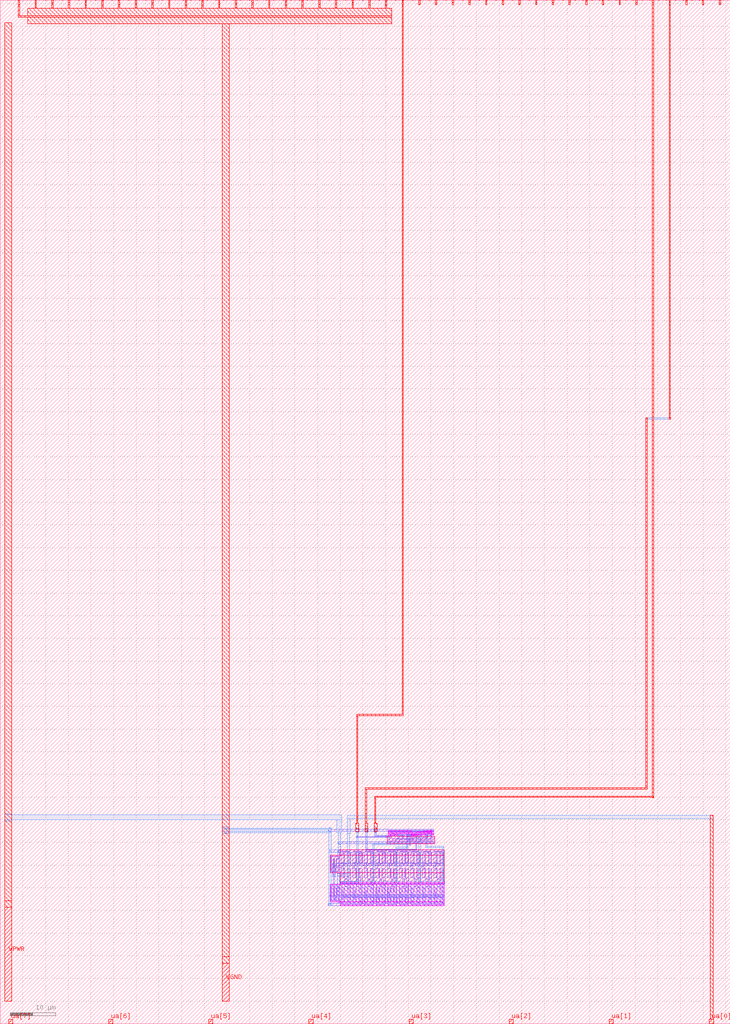
<source format=lef>
MACRO tt_um_obriensp_pll
  CLASS BLOCK ;
  FOREIGN tt_um_obriensp_pll ;
  ORIGIN 0.000 0.000 ;
  SIZE 161.000 BY 225.760 ;
  PIN clk
    DIRECTION INPUT ;
    USE SIGNAL ;
    PORT
      LAYER met4 ;
        RECT 154.870 224.760 155.170 225.760 ;
    END
  END clk
  PIN ena
    DIRECTION INPUT ;
    USE SIGNAL ;
    PORT
      LAYER met4 ;
        RECT 158.550 224.760 158.850 225.760 ;
    END
  END ena
  PIN rst_n
    DIRECTION INPUT ;
    USE SIGNAL ;
    PORT
      LAYER met4 ;
        RECT 151.190 224.760 151.490 225.760 ;
    END
  END rst_n
  PIN ua[0]
    DIRECTION INOUT ;
    USE SIGNAL ;
    ANTENNAGATEAREA 4.650000 ;
    PORT
      LAYER met4 ;
        RECT 156.410 0.000 157.310 1.000 ;
    END
  END ua[0]
  PIN ua[1]
    DIRECTION INOUT ;
    USE SIGNAL ;
    PORT
      LAYER met4 ;
        RECT 134.330 0.000 135.230 1.000 ;
    END
  END ua[1]
  PIN ua[2]
    DIRECTION INOUT ;
    USE SIGNAL ;
    PORT
      LAYER met4 ;
        RECT 112.250 0.000 113.150 1.000 ;
    END
  END ua[2]
  PIN ua[3]
    DIRECTION INOUT ;
    USE SIGNAL ;
    PORT
      LAYER met4 ;
        RECT 90.170 0.000 91.070 1.000 ;
    END
  END ua[3]
  PIN ua[4]
    DIRECTION INOUT ;
    USE SIGNAL ;
    PORT
      LAYER met4 ;
        RECT 68.090 0.000 68.990 1.000 ;
    END
  END ua[4]
  PIN ua[5]
    DIRECTION INOUT ;
    USE SIGNAL ;
    PORT
      LAYER met4 ;
        RECT 46.010 0.000 46.910 1.000 ;
    END
  END ua[5]
  PIN ua[6]
    DIRECTION INOUT ;
    USE SIGNAL ;
    PORT
      LAYER met4 ;
        RECT 23.930 0.000 24.830 1.000 ;
    END
  END ua[6]
  PIN ua[7]
    DIRECTION INOUT ;
    USE SIGNAL ;
    PORT
      LAYER met4 ;
        RECT 1.850 0.000 2.750 1.000 ;
    END
  END ua[7]
  PIN ui_in[0]
    DIRECTION INPUT ;
    USE SIGNAL ;
    ANTENNAGATEAREA 0.378000 ;
    PORT
      LAYER met4 ;
        RECT 147.510 224.760 147.810 225.760 ;
    END
  END ui_in[0]
  PIN ui_in[1]
    DIRECTION INPUT ;
    USE SIGNAL ;
    ANTENNAGATEAREA 0.252000 ;
    PORT
      LAYER met4 ;
        RECT 143.830 224.760 144.130 225.760 ;
    END
  END ui_in[1]
  PIN ui_in[2]
    DIRECTION INPUT ;
    USE SIGNAL ;
    PORT
      LAYER met4 ;
        RECT 140.150 224.760 140.450 225.760 ;
    END
  END ui_in[2]
  PIN ui_in[3]
    DIRECTION INPUT ;
    USE SIGNAL ;
    PORT
      LAYER met4 ;
        RECT 136.470 224.760 136.770 225.760 ;
    END
  END ui_in[3]
  PIN ui_in[4]
    DIRECTION INPUT ;
    USE SIGNAL ;
    PORT
      LAYER met4 ;
        RECT 132.790 224.760 133.090 225.760 ;
    END
  END ui_in[4]
  PIN ui_in[5]
    DIRECTION INPUT ;
    USE SIGNAL ;
    PORT
      LAYER met4 ;
        RECT 129.110 224.760 129.410 225.760 ;
    END
  END ui_in[5]
  PIN ui_in[6]
    DIRECTION INPUT ;
    USE SIGNAL ;
    PORT
      LAYER met4 ;
        RECT 125.430 224.760 125.730 225.760 ;
    END
  END ui_in[6]
  PIN ui_in[7]
    DIRECTION INPUT ;
    USE SIGNAL ;
    PORT
      LAYER met4 ;
        RECT 121.750 224.760 122.050 225.760 ;
    END
  END ui_in[7]
  PIN uio_in[0]
    DIRECTION INPUT ;
    USE SIGNAL ;
    PORT
      LAYER met4 ;
        RECT 118.070 224.760 118.370 225.760 ;
    END
  END uio_in[0]
  PIN uio_in[1]
    DIRECTION INPUT ;
    USE SIGNAL ;
    PORT
      LAYER met4 ;
        RECT 114.390 224.760 114.690 225.760 ;
    END
  END uio_in[1]
  PIN uio_in[2]
    DIRECTION INPUT ;
    USE SIGNAL ;
    PORT
      LAYER met4 ;
        RECT 110.710 224.760 111.010 225.760 ;
    END
  END uio_in[2]
  PIN uio_in[3]
    DIRECTION INPUT ;
    USE SIGNAL ;
    PORT
      LAYER met4 ;
        RECT 107.030 224.760 107.330 225.760 ;
    END
  END uio_in[3]
  PIN uio_in[4]
    DIRECTION INPUT ;
    USE SIGNAL ;
    PORT
      LAYER met4 ;
        RECT 103.350 224.760 103.650 225.760 ;
    END
  END uio_in[4]
  PIN uio_in[5]
    DIRECTION INPUT ;
    USE SIGNAL ;
    PORT
      LAYER met4 ;
        RECT 99.670 224.760 99.970 225.760 ;
    END
  END uio_in[5]
  PIN uio_in[6]
    DIRECTION INPUT ;
    USE SIGNAL ;
    PORT
      LAYER met4 ;
        RECT 95.990 224.760 96.290 225.760 ;
    END
  END uio_in[6]
  PIN uio_in[7]
    DIRECTION INPUT ;
    USE SIGNAL ;
    PORT
      LAYER met4 ;
        RECT 92.310 224.760 92.610 225.760 ;
    END
  END uio_in[7]
  PIN uio_oe[0]
    DIRECTION OUTPUT ;
    USE SIGNAL ;
    ANTENNADIFFAREA 27.913649 ;
    PORT
      LAYER met4 ;
        RECT 29.750 224.760 30.050 225.760 ;
    END
  END uio_oe[0]
  PIN uio_oe[1]
    DIRECTION OUTPUT ;
    USE SIGNAL ;
    ANTENNADIFFAREA 27.913649 ;
    PORT
      LAYER met4 ;
        RECT 26.070 224.760 26.370 225.760 ;
    END
  END uio_oe[1]
  PIN uio_oe[2]
    DIRECTION OUTPUT ;
    USE SIGNAL ;
    ANTENNADIFFAREA 27.913649 ;
    PORT
      LAYER met4 ;
        RECT 22.390 224.760 22.690 225.760 ;
    END
  END uio_oe[2]
  PIN uio_oe[3]
    DIRECTION OUTPUT ;
    USE SIGNAL ;
    ANTENNADIFFAREA 27.913649 ;
    PORT
      LAYER met4 ;
        RECT 18.710 224.760 19.010 225.760 ;
    END
  END uio_oe[3]
  PIN uio_oe[4]
    DIRECTION OUTPUT ;
    USE SIGNAL ;
    ANTENNADIFFAREA 27.913649 ;
    PORT
      LAYER met4 ;
        RECT 15.030 224.760 15.330 225.760 ;
    END
  END uio_oe[4]
  PIN uio_oe[5]
    DIRECTION OUTPUT ;
    USE SIGNAL ;
    ANTENNADIFFAREA 27.913649 ;
    PORT
      LAYER met4 ;
        RECT 11.350 224.760 11.650 225.760 ;
    END
  END uio_oe[5]
  PIN uio_oe[6]
    DIRECTION OUTPUT ;
    USE SIGNAL ;
    ANTENNADIFFAREA 27.913649 ;
    PORT
      LAYER met4 ;
        RECT 7.670 224.760 7.970 225.760 ;
    END
  END uio_oe[6]
  PIN uio_oe[7]
    DIRECTION OUTPUT ;
    USE SIGNAL ;
    ANTENNADIFFAREA 27.913649 ;
    PORT
      LAYER met4 ;
        RECT 3.990 224.760 4.290 225.760 ;
    END
  END uio_oe[7]
  PIN uio_out[0]
    DIRECTION OUTPUT ;
    USE SIGNAL ;
    ANTENNADIFFAREA 27.913649 ;
    PORT
      LAYER met4 ;
        RECT 59.190 224.760 59.490 225.760 ;
    END
  END uio_out[0]
  PIN uio_out[1]
    DIRECTION OUTPUT ;
    USE SIGNAL ;
    ANTENNADIFFAREA 27.913649 ;
    PORT
      LAYER met4 ;
        RECT 55.510 224.760 55.810 225.760 ;
    END
  END uio_out[1]
  PIN uio_out[2]
    DIRECTION OUTPUT ;
    USE SIGNAL ;
    ANTENNADIFFAREA 27.913649 ;
    PORT
      LAYER met4 ;
        RECT 51.830 224.760 52.130 225.760 ;
    END
  END uio_out[2]
  PIN uio_out[3]
    DIRECTION OUTPUT ;
    USE SIGNAL ;
    ANTENNADIFFAREA 27.913649 ;
    PORT
      LAYER met4 ;
        RECT 48.150 224.760 48.450 225.760 ;
    END
  END uio_out[3]
  PIN uio_out[4]
    DIRECTION OUTPUT ;
    USE SIGNAL ;
    ANTENNADIFFAREA 27.913649 ;
    PORT
      LAYER met4 ;
        RECT 44.470 224.760 44.770 225.760 ;
    END
  END uio_out[4]
  PIN uio_out[5]
    DIRECTION OUTPUT ;
    USE SIGNAL ;
    ANTENNADIFFAREA 27.913649 ;
    PORT
      LAYER met4 ;
        RECT 40.790 224.760 41.090 225.760 ;
    END
  END uio_out[5]
  PIN uio_out[6]
    DIRECTION OUTPUT ;
    USE SIGNAL ;
    ANTENNADIFFAREA 27.913649 ;
    PORT
      LAYER met4 ;
        RECT 37.110 224.760 37.410 225.760 ;
    END
  END uio_out[6]
  PIN uio_out[7]
    DIRECTION OUTPUT ;
    USE SIGNAL ;
    ANTENNADIFFAREA 27.913649 ;
    PORT
      LAYER met4 ;
        RECT 33.430 224.760 33.730 225.760 ;
    END
  END uio_out[7]
  PIN uo_out[0]
    DIRECTION OUTPUT ;
    USE SIGNAL ;
    ANTENNAGATEAREA 1.350000 ;
    ANTENNADIFFAREA 0.429000 ;
    PORT
      LAYER met4 ;
        RECT 88.630 224.760 88.930 225.760 ;
    END
  END uo_out[0]
  PIN uo_out[1]
    DIRECTION OUTPUT ;
    USE SIGNAL ;
    ANTENNADIFFAREA 27.913649 ;
    PORT
      LAYER met4 ;
        RECT 84.950 224.760 85.250 225.760 ;
    END
  END uo_out[1]
  PIN uo_out[2]
    DIRECTION OUTPUT ;
    USE SIGNAL ;
    ANTENNADIFFAREA 27.913649 ;
    PORT
      LAYER met4 ;
        RECT 81.270 224.760 81.570 225.760 ;
    END
  END uo_out[2]
  PIN uo_out[3]
    DIRECTION OUTPUT ;
    USE SIGNAL ;
    ANTENNADIFFAREA 27.913649 ;
    PORT
      LAYER met4 ;
        RECT 77.590 224.760 77.890 225.760 ;
    END
  END uo_out[3]
  PIN uo_out[4]
    DIRECTION OUTPUT ;
    USE SIGNAL ;
    ANTENNADIFFAREA 27.913649 ;
    PORT
      LAYER met4 ;
        RECT 73.910 224.760 74.210 225.760 ;
    END
  END uo_out[4]
  PIN uo_out[5]
    DIRECTION OUTPUT ;
    USE SIGNAL ;
    ANTENNADIFFAREA 27.913649 ;
    PORT
      LAYER met4 ;
        RECT 70.230 224.760 70.530 225.760 ;
    END
  END uo_out[5]
  PIN uo_out[6]
    DIRECTION OUTPUT ;
    USE SIGNAL ;
    ANTENNADIFFAREA 27.913649 ;
    PORT
      LAYER met4 ;
        RECT 66.550 224.760 66.850 225.760 ;
    END
  END uo_out[6]
  PIN uo_out[7]
    DIRECTION OUTPUT ;
    USE SIGNAL ;
    ANTENNADIFFAREA 27.913649 ;
    PORT
      LAYER met4 ;
        RECT 62.870 224.760 63.170 225.760 ;
    END
  END uo_out[7]
  PIN VPWR
    DIRECTION INOUT ;
    USE POWER ;
    PORT
      LAYER met4 ;
        RECT 1.000 5.000 2.500 25.700 ;
    END
  END VPWR
  PIN VGND
    DIRECTION INOUT ;
    USE GROUND ;
    PORT
      LAYER met4 ;
        RECT 49.000 5.000 50.500 13.300 ;
    END
  END VGND
  OBS
      LAYER pwell ;
        RECT 94.885 42.535 95.055 42.725 ;
        RECT 85.545 42.285 90.640 42.535 ;
        RECT 93.435 42.365 95.195 42.535 ;
        RECT 92.940 42.320 95.195 42.365 ;
        RECT 92.000 42.285 95.195 42.320 ;
        RECT 85.545 41.855 95.195 42.285 ;
        RECT 85.545 41.625 87.565 41.855 ;
        RECT 86.645 41.605 87.565 41.625 ;
        RECT 90.640 41.685 93.870 41.855 ;
        RECT 90.640 41.640 92.930 41.685 ;
        RECT 95.215 41.665 95.645 42.450 ;
        RECT 90.640 41.605 91.990 41.640 ;
      LAYER nwell ;
        RECT 85.350 39.730 95.850 41.335 ;
        RECT 75.000 37.170 97.950 38.330 ;
        RECT 72.750 33.330 97.950 37.170 ;
        RECT 75.000 31.130 97.950 33.330 ;
      LAYER pwell ;
        RECT 75.000 30.720 97.950 31.080 ;
        RECT 72.750 26.930 97.950 30.720 ;
        RECT 75.000 26.030 97.950 26.930 ;
      LAYER li1 ;
        RECT 85.540 42.555 95.660 42.725 ;
        RECT 85.625 40.175 85.885 42.385 ;
        RECT 86.135 42.095 86.305 42.555 ;
        RECT 86.475 42.215 87.470 42.385 ;
        RECT 88.000 42.225 88.170 42.385 ;
        RECT 86.475 41.925 86.645 42.215 ;
        RECT 87.300 42.055 87.470 42.215 ;
        RECT 87.640 42.055 88.170 42.225 ;
        RECT 86.075 41.755 86.645 41.925 ;
        RECT 86.815 41.875 86.990 42.045 ;
        RECT 86.075 40.975 86.245 41.755 ;
        RECT 86.815 41.715 87.230 41.875 ;
        RECT 86.820 41.705 87.230 41.715 ;
        RECT 86.555 41.365 87.010 41.535 ;
        RECT 86.075 40.805 86.725 40.975 ;
        RECT 87.640 40.885 87.810 42.055 ;
        RECT 88.515 41.985 88.690 42.315 ;
        RECT 88.860 42.175 89.190 42.555 ;
        RECT 87.980 41.705 88.220 41.875 ;
        RECT 86.055 40.005 86.385 40.385 ;
        RECT 86.555 40.345 86.725 40.805 ;
        RECT 87.025 40.655 87.810 40.885 ;
        RECT 87.025 40.515 87.355 40.655 ;
        RECT 88.050 40.505 88.220 41.705 ;
        RECT 88.515 41.535 88.685 41.985 ;
        RECT 89.460 41.925 89.705 42.345 ;
        RECT 89.880 42.095 90.050 42.555 ;
        RECT 90.220 42.215 91.820 42.385 ;
        RECT 90.220 42.175 90.575 42.215 ;
        RECT 90.810 41.925 90.980 42.045 ;
        RECT 89.460 41.755 90.980 41.925 ;
        RECT 90.810 41.715 90.980 41.755 ;
        RECT 91.150 41.795 91.480 42.045 ;
        RECT 91.650 41.845 91.820 42.215 ;
        RECT 92.110 41.835 92.400 42.555 ;
        RECT 93.110 42.215 94.185 42.385 ;
        RECT 91.150 41.720 91.465 41.795 ;
        RECT 88.395 41.365 88.685 41.535 ;
        RECT 87.510 40.345 87.840 40.385 ;
        RECT 86.555 40.175 87.840 40.345 ;
        RECT 88.010 40.175 88.220 40.505 ;
        RECT 88.515 40.505 88.685 41.365 ;
        RECT 88.855 40.965 89.145 41.645 ;
        RECT 89.620 40.965 89.950 41.585 ;
        RECT 90.155 40.965 90.400 41.585 ;
        RECT 90.795 41.535 91.125 41.545 ;
        RECT 90.740 41.375 91.125 41.535 ;
        RECT 90.740 41.365 90.910 41.375 ;
        RECT 91.295 41.195 91.465 41.720 ;
        RECT 90.705 41.025 91.465 41.195 ;
        RECT 89.470 40.555 90.535 40.725 ;
        RECT 88.515 40.175 88.700 40.505 ;
        RECT 88.870 40.005 89.220 40.385 ;
        RECT 89.470 40.175 89.640 40.555 ;
        RECT 89.810 40.005 90.140 40.385 ;
        RECT 90.365 40.345 90.535 40.555 ;
        RECT 90.705 40.515 91.035 41.025 ;
        RECT 91.205 40.345 91.375 40.855 ;
        RECT 91.635 40.645 91.935 41.645 ;
        RECT 92.580 41.535 92.940 42.210 ;
        RECT 93.110 41.880 93.280 42.215 ;
        RECT 93.450 41.875 93.790 42.045 ;
        RECT 93.500 41.705 93.790 41.875 ;
        RECT 94.015 42.005 94.185 42.215 ;
        RECT 94.355 42.175 94.685 42.555 ;
        RECT 94.855 42.005 95.025 42.380 ;
        RECT 94.015 41.835 95.025 42.005 ;
        RECT 95.285 41.830 95.575 42.555 ;
        RECT 92.580 41.355 93.120 41.535 ;
        RECT 92.580 41.245 92.940 41.355 ;
        RECT 92.135 41.015 92.940 41.245 ;
        RECT 93.620 41.185 93.790 41.705 ;
        RECT 93.155 41.015 93.790 41.185 ;
        RECT 93.960 41.025 94.395 41.645 ;
        RECT 94.705 41.025 95.050 41.645 ;
        RECT 90.365 40.175 91.375 40.345 ;
        RECT 91.635 40.005 91.965 40.385 ;
        RECT 92.135 40.175 92.485 41.015 ;
        RECT 92.655 40.345 92.825 40.845 ;
        RECT 93.155 40.685 93.325 41.015 ;
        RECT 92.995 40.515 93.325 40.685 ;
        RECT 93.495 40.675 95.025 40.845 ;
        RECT 93.495 40.515 93.665 40.675 ;
        RECT 94.015 40.345 94.185 40.505 ;
        RECT 92.655 40.175 94.185 40.345 ;
        RECT 94.355 40.005 94.685 40.385 ;
        RECT 94.855 40.175 95.025 40.675 ;
        RECT 95.285 40.005 95.575 41.170 ;
        RECT 85.540 39.835 95.660 40.005 ;
        RECT 74.530 37.800 75.020 38.290 ;
        RECT 75.400 37.920 77.110 38.090 ;
        RECT 77.950 37.920 79.660 38.090 ;
        RECT 80.500 37.920 82.210 38.090 ;
        RECT 83.050 37.920 84.760 38.090 ;
        RECT 85.600 37.920 87.310 38.090 ;
        RECT 88.150 37.920 89.860 38.090 ;
        RECT 90.700 37.920 92.410 38.090 ;
        RECT 93.250 37.920 94.960 38.090 ;
        RECT 95.800 37.920 97.510 38.090 ;
        RECT 72.930 36.820 74.830 36.990 ;
        RECT 72.930 33.680 73.100 36.820 ;
        RECT 73.500 34.410 73.670 36.450 ;
        RECT 74.090 34.410 74.260 36.450 ;
        RECT 73.715 34.025 74.045 34.195 ;
        RECT 74.660 33.680 74.830 36.820 ;
        RECT 75.800 35.510 75.970 37.550 ;
        RECT 76.540 35.510 76.710 37.550 ;
        RECT 76.030 35.125 76.480 35.295 ;
        RECT 77.110 35.015 77.280 37.685 ;
        RECT 78.350 35.510 78.520 37.550 ;
        RECT 79.090 35.510 79.260 37.550 ;
        RECT 78.580 35.125 79.030 35.295 ;
        RECT 79.660 35.015 79.830 37.685 ;
        RECT 80.900 35.510 81.070 37.550 ;
        RECT 81.640 35.510 81.810 37.550 ;
        RECT 81.130 35.125 81.580 35.295 ;
        RECT 82.210 35.015 82.380 37.685 ;
        RECT 83.450 35.510 83.620 37.550 ;
        RECT 84.190 35.510 84.360 37.550 ;
        RECT 83.680 35.125 84.130 35.295 ;
        RECT 84.760 35.015 84.930 37.685 ;
        RECT 86.000 35.510 86.170 37.550 ;
        RECT 86.740 35.510 86.910 37.550 ;
        RECT 86.230 35.125 86.680 35.295 ;
        RECT 87.310 35.015 87.480 37.685 ;
        RECT 88.550 35.510 88.720 37.550 ;
        RECT 89.290 35.510 89.460 37.550 ;
        RECT 88.780 35.125 89.230 35.295 ;
        RECT 89.860 35.015 90.030 37.685 ;
        RECT 91.100 35.510 91.270 37.550 ;
        RECT 91.840 35.510 92.010 37.550 ;
        RECT 91.330 35.125 91.780 35.295 ;
        RECT 92.410 35.015 92.580 37.685 ;
        RECT 93.650 35.510 93.820 37.550 ;
        RECT 94.390 35.510 94.560 37.550 ;
        RECT 93.880 35.125 94.330 35.295 ;
        RECT 94.960 35.015 95.130 37.685 ;
        RECT 96.200 35.510 96.370 37.550 ;
        RECT 96.940 35.510 97.110 37.550 ;
        RECT 96.430 35.125 96.880 35.295 ;
        RECT 97.510 35.015 97.680 37.685 ;
        RECT 72.930 33.510 74.830 33.680 ;
        RECT 75.800 32.210 75.970 34.250 ;
        RECT 76.540 32.210 76.710 34.250 ;
        RECT 78.350 32.210 78.520 34.250 ;
        RECT 79.090 32.210 79.260 34.250 ;
        RECT 80.900 32.210 81.070 34.250 ;
        RECT 81.640 32.210 81.810 34.250 ;
        RECT 83.450 32.210 83.620 34.250 ;
        RECT 84.190 32.210 84.360 34.250 ;
        RECT 86.000 32.210 86.170 34.250 ;
        RECT 86.740 32.210 86.910 34.250 ;
        RECT 88.550 32.210 88.720 34.250 ;
        RECT 89.290 32.210 89.460 34.250 ;
        RECT 91.100 32.210 91.270 34.250 ;
        RECT 91.840 32.210 92.010 34.250 ;
        RECT 93.650 32.210 93.820 34.250 ;
        RECT 94.390 32.210 94.560 34.250 ;
        RECT 96.200 32.210 96.370 34.250 ;
        RECT 96.940 32.210 97.110 34.250 ;
        RECT 76.030 31.825 76.480 31.995 ;
        RECT 78.580 31.825 79.030 31.995 ;
        RECT 81.130 31.825 81.580 31.995 ;
        RECT 83.680 31.825 84.130 31.995 ;
        RECT 86.230 31.825 86.680 31.995 ;
        RECT 88.780 31.825 89.230 31.995 ;
        RECT 91.330 31.825 91.780 31.995 ;
        RECT 93.880 31.825 94.330 31.995 ;
        RECT 96.430 31.825 96.880 31.995 ;
        RECT 75.230 30.720 77.280 30.890 ;
        RECT 72.930 30.370 74.830 30.540 ;
        RECT 72.930 27.280 73.100 30.370 ;
        RECT 73.500 27.960 73.670 30.000 ;
        RECT 74.090 27.960 74.260 30.000 ;
        RECT 73.715 27.620 74.045 27.790 ;
        RECT 74.660 27.280 74.830 30.370 ;
        RECT 72.930 27.110 74.830 27.280 ;
        RECT 75.230 28.640 75.400 30.720 ;
        RECT 76.030 30.210 76.480 30.380 ;
        RECT 75.800 29.000 75.970 30.040 ;
        RECT 76.540 29.000 76.710 30.040 ;
        RECT 77.110 28.640 77.280 30.720 ;
        RECT 75.230 28.460 77.280 28.640 ;
        RECT 72.430 26.060 72.920 26.550 ;
        RECT 75.230 26.380 75.400 28.460 ;
        RECT 76.030 27.960 76.480 28.130 ;
        RECT 75.800 26.750 75.970 27.790 ;
        RECT 76.540 26.750 76.710 27.790 ;
        RECT 77.110 26.380 77.280 28.460 ;
        RECT 75.230 26.210 77.280 26.380 ;
        RECT 77.780 30.720 79.830 30.890 ;
        RECT 77.780 28.640 77.950 30.720 ;
        RECT 78.580 30.210 79.030 30.380 ;
        RECT 78.350 29.000 78.520 30.040 ;
        RECT 79.090 29.000 79.260 30.040 ;
        RECT 79.660 28.640 79.830 30.720 ;
        RECT 77.780 28.460 79.830 28.640 ;
        RECT 77.780 26.380 77.950 28.460 ;
        RECT 78.580 27.960 79.030 28.130 ;
        RECT 78.350 26.750 78.520 27.790 ;
        RECT 79.090 26.750 79.260 27.790 ;
        RECT 79.660 26.380 79.830 28.460 ;
        RECT 77.780 26.210 79.830 26.380 ;
        RECT 80.330 30.720 82.380 30.890 ;
        RECT 80.330 28.640 80.500 30.720 ;
        RECT 81.130 30.210 81.580 30.380 ;
        RECT 80.900 29.000 81.070 30.040 ;
        RECT 81.640 29.000 81.810 30.040 ;
        RECT 82.210 28.640 82.380 30.720 ;
        RECT 80.330 28.460 82.380 28.640 ;
        RECT 80.330 26.380 80.500 28.460 ;
        RECT 81.130 27.960 81.580 28.130 ;
        RECT 80.900 26.750 81.070 27.790 ;
        RECT 81.640 26.750 81.810 27.790 ;
        RECT 82.210 26.380 82.380 28.460 ;
        RECT 80.330 26.210 82.380 26.380 ;
        RECT 82.880 30.720 84.930 30.890 ;
        RECT 82.880 28.640 83.050 30.720 ;
        RECT 83.680 30.210 84.130 30.380 ;
        RECT 83.450 29.000 83.620 30.040 ;
        RECT 84.190 29.000 84.360 30.040 ;
        RECT 84.760 28.640 84.930 30.720 ;
        RECT 82.880 28.460 84.930 28.640 ;
        RECT 82.880 26.380 83.050 28.460 ;
        RECT 83.680 27.960 84.130 28.130 ;
        RECT 83.450 26.750 83.620 27.790 ;
        RECT 84.190 26.750 84.360 27.790 ;
        RECT 84.760 26.380 84.930 28.460 ;
        RECT 82.880 26.210 84.930 26.380 ;
        RECT 85.430 30.720 87.480 30.890 ;
        RECT 85.430 28.640 85.600 30.720 ;
        RECT 86.230 30.210 86.680 30.380 ;
        RECT 86.000 29.000 86.170 30.040 ;
        RECT 86.740 29.000 86.910 30.040 ;
        RECT 87.310 28.640 87.480 30.720 ;
        RECT 85.430 28.460 87.480 28.640 ;
        RECT 85.430 26.380 85.600 28.460 ;
        RECT 86.230 27.960 86.680 28.130 ;
        RECT 86.000 26.750 86.170 27.790 ;
        RECT 86.740 26.750 86.910 27.790 ;
        RECT 87.310 26.380 87.480 28.460 ;
        RECT 85.430 26.210 87.480 26.380 ;
        RECT 87.980 30.720 90.030 30.890 ;
        RECT 87.980 28.640 88.150 30.720 ;
        RECT 88.780 30.210 89.230 30.380 ;
        RECT 88.550 29.000 88.720 30.040 ;
        RECT 89.290 29.000 89.460 30.040 ;
        RECT 89.860 28.640 90.030 30.720 ;
        RECT 87.980 28.460 90.030 28.640 ;
        RECT 87.980 26.380 88.150 28.460 ;
        RECT 88.780 27.960 89.230 28.130 ;
        RECT 88.550 26.750 88.720 27.790 ;
        RECT 89.290 26.750 89.460 27.790 ;
        RECT 89.860 26.380 90.030 28.460 ;
        RECT 87.980 26.210 90.030 26.380 ;
        RECT 90.530 30.720 92.580 30.890 ;
        RECT 90.530 28.640 90.700 30.720 ;
        RECT 91.330 30.210 91.780 30.380 ;
        RECT 91.100 29.000 91.270 30.040 ;
        RECT 91.840 29.000 92.010 30.040 ;
        RECT 92.410 28.640 92.580 30.720 ;
        RECT 90.530 28.460 92.580 28.640 ;
        RECT 90.530 26.380 90.700 28.460 ;
        RECT 91.330 27.960 91.780 28.130 ;
        RECT 91.100 26.750 91.270 27.790 ;
        RECT 91.840 26.750 92.010 27.790 ;
        RECT 92.410 26.380 92.580 28.460 ;
        RECT 90.530 26.210 92.580 26.380 ;
        RECT 93.080 30.720 95.130 30.890 ;
        RECT 93.080 28.640 93.250 30.720 ;
        RECT 93.880 30.210 94.330 30.380 ;
        RECT 93.650 29.000 93.820 30.040 ;
        RECT 94.390 29.000 94.560 30.040 ;
        RECT 94.960 28.640 95.130 30.720 ;
        RECT 93.080 28.460 95.130 28.640 ;
        RECT 93.080 26.380 93.250 28.460 ;
        RECT 93.880 27.960 94.330 28.130 ;
        RECT 93.650 26.750 93.820 27.790 ;
        RECT 94.390 26.750 94.560 27.790 ;
        RECT 94.960 26.380 95.130 28.460 ;
        RECT 93.080 26.210 95.130 26.380 ;
        RECT 95.630 30.720 97.680 30.890 ;
        RECT 95.630 28.640 95.800 30.720 ;
        RECT 96.430 30.210 96.880 30.380 ;
        RECT 96.200 29.000 96.370 30.040 ;
        RECT 96.940 29.000 97.110 30.040 ;
        RECT 97.510 28.640 97.680 30.720 ;
        RECT 95.630 28.460 97.680 28.640 ;
        RECT 95.630 26.380 95.800 28.460 ;
        RECT 96.430 27.960 96.880 28.130 ;
        RECT 96.200 26.750 96.370 27.790 ;
        RECT 96.940 26.750 97.110 27.790 ;
        RECT 97.510 26.380 97.680 28.460 ;
        RECT 95.630 26.210 97.680 26.380 ;
      LAYER met1 ;
        RECT 72.350 42.430 95.660 42.880 ;
        RECT 85.540 42.400 95.660 42.430 ;
        RECT 78.550 41.275 78.950 41.380 ;
        RECT 85.620 41.275 85.910 41.935 ;
        RECT 87.000 41.860 87.290 41.905 ;
        RECT 87.920 41.860 88.210 41.905 ;
        RECT 93.440 41.860 93.730 41.905 ;
        RECT 87.000 41.720 93.730 41.860 ;
        RECT 87.000 41.675 87.290 41.720 ;
        RECT 87.920 41.675 88.210 41.720 ;
        RECT 93.440 41.675 93.730 41.720 ;
        RECT 86.495 41.520 86.785 41.565 ;
        RECT 88.335 41.520 88.625 41.565 ;
        RECT 86.495 41.380 88.625 41.520 ;
        RECT 86.495 41.335 86.785 41.380 ;
        RECT 88.335 41.335 88.625 41.380 ;
        RECT 88.765 41.280 89.155 41.570 ;
        RECT 89.540 41.280 89.975 41.580 ;
        RECT 90.120 41.280 90.510 41.580 ;
        RECT 90.680 41.520 90.970 41.565 ;
        RECT 92.520 41.520 92.810 41.565 ;
        RECT 93.900 41.540 94.190 41.595 ;
        RECT 90.680 41.380 92.810 41.520 ;
        RECT 90.680 41.335 90.970 41.380 ;
        RECT 92.520 41.335 92.810 41.380 ;
        RECT 78.550 41.130 85.910 41.275 ;
        RECT 78.550 41.030 78.950 41.130 ;
        RECT 85.620 40.625 85.910 41.130 ;
        RECT 91.600 41.225 91.890 41.240 ;
        RECT 91.600 40.965 91.940 41.225 ;
        RECT 93.840 41.130 94.250 41.540 ;
        RECT 94.820 41.435 95.110 41.595 ;
        RECT 93.900 40.965 94.190 41.130 ;
        RECT 94.745 41.025 95.155 41.435 ;
        RECT 94.820 40.965 95.110 41.025 ;
        RECT 91.600 40.945 91.890 40.965 ;
        RECT 87.415 40.840 87.705 40.885 ;
        RECT 90.645 40.840 90.935 40.885 ;
        RECT 87.415 40.700 90.935 40.840 ;
        RECT 87.415 40.655 87.705 40.700 ;
        RECT 90.645 40.655 90.935 40.700 ;
        RECT 85.540 40.130 95.660 40.160 ;
        RECT 74.450 39.680 95.660 40.130 ;
        RECT 74.470 38.330 75.080 38.350 ;
        RECT 72.700 37.780 97.950 38.330 ;
        RECT 74.450 37.740 75.080 37.780 ;
        RECT 74.450 36.430 74.900 37.740 ;
        RECT 76.550 37.530 77.350 37.780 ;
        RECT 79.100 37.530 79.900 37.780 ;
        RECT 81.650 37.530 82.450 37.780 ;
        RECT 84.200 37.530 85.000 37.780 ;
        RECT 86.750 37.530 87.550 37.780 ;
        RECT 89.300 37.530 90.100 37.780 ;
        RECT 91.850 37.530 92.650 37.780 ;
        RECT 94.400 37.530 95.200 37.780 ;
        RECT 96.950 37.530 97.750 37.780 ;
        RECT 73.450 34.230 73.750 36.430 ;
        RECT 74.050 34.430 74.900 36.430 ;
        RECT 73.450 33.780 74.050 34.230 ;
        RECT 74.450 33.930 74.900 34.430 ;
        RECT 75.200 35.530 76.000 37.530 ;
        RECT 76.510 35.530 77.350 37.530 ;
        RECT 77.750 35.530 78.550 37.530 ;
        RECT 79.060 35.530 79.900 37.530 ;
        RECT 80.300 35.530 81.100 37.530 ;
        RECT 81.610 35.530 82.450 37.530 ;
        RECT 82.850 35.530 83.650 37.530 ;
        RECT 84.160 35.530 85.000 37.530 ;
        RECT 85.400 35.530 86.200 37.530 ;
        RECT 86.710 35.530 87.550 37.530 ;
        RECT 87.950 35.530 88.750 37.530 ;
        RECT 89.260 35.530 90.100 37.530 ;
        RECT 90.500 35.530 91.300 37.530 ;
        RECT 91.810 35.530 92.650 37.530 ;
        RECT 93.050 35.530 93.850 37.530 ;
        RECT 94.360 35.530 95.200 37.530 ;
        RECT 95.600 35.530 96.400 37.530 ;
        RECT 96.910 35.530 97.750 37.530 ;
        RECT 75.200 34.230 75.600 35.530 ;
        RECT 75.750 34.830 76.750 35.380 ;
        RECT 77.750 34.230 78.150 35.530 ;
        RECT 78.300 34.830 79.300 35.380 ;
        RECT 80.300 34.230 80.700 35.530 ;
        RECT 80.850 34.830 81.850 35.380 ;
        RECT 82.850 34.230 83.250 35.530 ;
        RECT 83.400 34.830 84.400 35.380 ;
        RECT 85.400 34.230 85.800 35.530 ;
        RECT 85.950 34.830 86.950 35.380 ;
        RECT 87.950 34.230 88.350 35.530 ;
        RECT 88.500 34.830 89.500 35.380 ;
        RECT 90.500 34.230 90.900 35.530 ;
        RECT 91.050 34.830 92.050 35.380 ;
        RECT 93.050 34.230 93.450 35.530 ;
        RECT 93.600 34.830 94.600 35.380 ;
        RECT 95.600 34.230 96.000 35.530 ;
        RECT 96.150 34.830 97.150 35.380 ;
        RECT 73.450 32.930 73.750 33.780 ;
        RECT 73.300 32.430 73.900 32.930 ;
        RECT 73.450 28.030 73.750 32.430 ;
        RECT 75.200 32.230 76.000 34.230 ;
        RECT 76.510 32.230 77.300 34.230 ;
        RECT 77.750 32.230 78.550 34.230 ;
        RECT 79.060 32.230 79.850 34.230 ;
        RECT 80.300 32.230 81.100 34.230 ;
        RECT 81.610 32.230 82.400 34.230 ;
        RECT 82.850 32.230 83.650 34.230 ;
        RECT 84.160 32.230 84.950 34.230 ;
        RECT 85.400 32.230 86.200 34.230 ;
        RECT 86.710 32.230 87.500 34.230 ;
        RECT 87.950 32.230 88.750 34.230 ;
        RECT 89.260 32.230 90.050 34.230 ;
        RECT 90.500 32.230 91.300 34.230 ;
        RECT 91.810 32.230 92.600 34.230 ;
        RECT 93.050 32.230 93.850 34.230 ;
        RECT 94.360 32.230 95.150 34.230 ;
        RECT 95.600 32.230 96.400 34.230 ;
        RECT 96.910 32.230 97.700 34.230 ;
        RECT 76.000 31.380 76.500 32.030 ;
        RECT 75.000 30.830 76.500 31.380 ;
        RECT 76.000 30.180 76.500 30.830 ;
        RECT 76.800 31.380 77.300 32.230 ;
        RECT 78.550 31.380 79.050 32.030 ;
        RECT 76.800 30.830 79.050 31.380 ;
        RECT 74.060 29.930 74.290 29.980 ;
        RECT 74.550 29.930 74.900 30.130 ;
        RECT 76.800 30.030 77.300 30.830 ;
        RECT 78.550 30.180 79.050 30.830 ;
        RECT 79.350 31.380 79.850 32.230 ;
        RECT 81.100 31.380 81.600 32.030 ;
        RECT 81.900 31.380 82.400 32.230 ;
        RECT 83.650 31.380 84.150 32.030 ;
        RECT 79.350 30.830 81.600 31.380 ;
        RECT 81.850 30.830 84.150 31.380 ;
        RECT 79.350 30.030 79.850 30.830 ;
        RECT 81.100 30.180 81.600 30.830 ;
        RECT 81.900 30.030 82.400 30.830 ;
        RECT 83.650 30.180 84.150 30.830 ;
        RECT 84.450 31.380 84.950 32.230 ;
        RECT 86.200 31.380 86.700 32.030 ;
        RECT 87.000 31.380 87.500 32.230 ;
        RECT 88.750 31.380 89.250 32.030 ;
        RECT 84.450 30.830 86.700 31.380 ;
        RECT 86.950 30.830 89.250 31.380 ;
        RECT 84.450 30.030 84.950 30.830 ;
        RECT 86.200 30.180 86.700 30.830 ;
        RECT 87.000 30.030 87.500 30.830 ;
        RECT 88.750 30.180 89.250 30.830 ;
        RECT 89.550 31.380 90.050 32.230 ;
        RECT 91.300 31.380 91.800 32.030 ;
        RECT 92.100 31.380 92.600 32.230 ;
        RECT 93.850 31.380 94.350 32.030 ;
        RECT 89.550 30.830 91.800 31.380 ;
        RECT 92.050 30.830 94.350 31.380 ;
        RECT 89.550 30.030 90.050 30.830 ;
        RECT 91.300 30.180 91.800 30.830 ;
        RECT 92.100 30.030 92.600 30.830 ;
        RECT 93.850 30.180 94.350 30.830 ;
        RECT 94.650 31.380 95.150 32.230 ;
        RECT 96.400 31.380 96.900 32.030 ;
        RECT 97.200 31.380 97.700 32.230 ;
        RECT 94.650 30.830 96.900 31.380 ;
        RECT 97.150 30.830 98.000 31.380 ;
        RECT 94.650 30.030 95.150 30.830 ;
        RECT 96.400 30.180 96.900 30.830 ;
        RECT 97.200 30.030 97.700 30.830 ;
        RECT 74.050 28.030 74.900 29.930 ;
        RECT 73.470 27.980 73.700 28.030 ;
        RECT 74.060 27.980 74.290 28.030 ;
        RECT 73.600 27.380 74.150 27.830 ;
        RECT 72.370 26.580 72.980 26.610 ;
        RECT 74.550 26.580 74.900 28.030 ;
        RECT 75.200 30.020 75.950 30.030 ;
        RECT 76.550 30.020 77.300 30.030 ;
        RECT 75.200 29.030 76.000 30.020 ;
        RECT 75.200 27.780 75.600 29.030 ;
        RECT 75.770 29.020 76.000 29.030 ;
        RECT 76.510 29.030 77.300 30.020 ;
        RECT 77.750 30.020 78.500 30.030 ;
        RECT 79.100 30.020 79.850 30.030 ;
        RECT 77.750 29.030 78.550 30.020 ;
        RECT 76.510 29.020 76.740 29.030 ;
        RECT 75.750 27.930 76.750 28.480 ;
        RECT 77.050 27.780 77.350 28.030 ;
        RECT 75.200 27.770 75.950 27.780 ;
        RECT 76.550 27.770 77.350 27.780 ;
        RECT 75.200 26.780 76.000 27.770 ;
        RECT 75.770 26.770 76.000 26.780 ;
        RECT 76.510 26.770 77.350 27.770 ;
        RECT 77.750 27.780 78.150 29.030 ;
        RECT 78.320 29.020 78.550 29.030 ;
        RECT 79.060 29.030 79.850 30.020 ;
        RECT 80.300 30.020 81.050 30.030 ;
        RECT 81.650 30.020 82.400 30.030 ;
        RECT 80.300 29.030 81.100 30.020 ;
        RECT 79.060 29.020 79.290 29.030 ;
        RECT 78.300 27.930 79.300 28.480 ;
        RECT 79.600 27.780 79.900 28.030 ;
        RECT 77.750 27.770 78.500 27.780 ;
        RECT 79.100 27.770 79.900 27.780 ;
        RECT 77.750 26.780 78.550 27.770 ;
        RECT 78.320 26.770 78.550 26.780 ;
        RECT 79.060 26.770 79.900 27.770 ;
        RECT 80.300 27.780 80.700 29.030 ;
        RECT 80.870 29.020 81.100 29.030 ;
        RECT 81.610 29.030 82.400 30.020 ;
        RECT 82.850 30.020 83.600 30.030 ;
        RECT 84.200 30.020 84.950 30.030 ;
        RECT 82.850 29.030 83.650 30.020 ;
        RECT 81.610 29.020 81.840 29.030 ;
        RECT 80.850 27.930 81.850 28.480 ;
        RECT 82.150 27.780 82.450 28.030 ;
        RECT 80.300 27.770 81.050 27.780 ;
        RECT 81.650 27.770 82.450 27.780 ;
        RECT 80.300 26.780 81.100 27.770 ;
        RECT 80.870 26.770 81.100 26.780 ;
        RECT 81.610 26.770 82.450 27.770 ;
        RECT 82.850 27.780 83.250 29.030 ;
        RECT 83.420 29.020 83.650 29.030 ;
        RECT 84.160 29.030 84.950 30.020 ;
        RECT 85.400 30.020 86.150 30.030 ;
        RECT 86.750 30.020 87.500 30.030 ;
        RECT 85.400 29.030 86.200 30.020 ;
        RECT 84.160 29.020 84.390 29.030 ;
        RECT 83.400 27.930 84.400 28.480 ;
        RECT 84.700 27.780 85.000 28.030 ;
        RECT 82.850 27.770 83.600 27.780 ;
        RECT 84.200 27.770 85.000 27.780 ;
        RECT 82.850 26.780 83.650 27.770 ;
        RECT 83.420 26.770 83.650 26.780 ;
        RECT 84.160 26.770 85.000 27.770 ;
        RECT 85.400 27.780 85.800 29.030 ;
        RECT 85.970 29.020 86.200 29.030 ;
        RECT 86.710 29.030 87.500 30.020 ;
        RECT 87.950 30.020 88.700 30.030 ;
        RECT 89.300 30.020 90.050 30.030 ;
        RECT 87.950 29.030 88.750 30.020 ;
        RECT 86.710 29.020 86.940 29.030 ;
        RECT 85.950 27.930 86.950 28.480 ;
        RECT 87.250 27.780 87.550 28.030 ;
        RECT 85.400 27.770 86.150 27.780 ;
        RECT 86.750 27.770 87.550 27.780 ;
        RECT 85.400 26.780 86.200 27.770 ;
        RECT 85.970 26.770 86.200 26.780 ;
        RECT 86.710 26.770 87.550 27.770 ;
        RECT 87.950 27.780 88.350 29.030 ;
        RECT 88.520 29.020 88.750 29.030 ;
        RECT 89.260 29.030 90.050 30.020 ;
        RECT 90.500 30.020 91.250 30.030 ;
        RECT 91.850 30.020 92.600 30.030 ;
        RECT 90.500 29.030 91.300 30.020 ;
        RECT 89.260 29.020 89.490 29.030 ;
        RECT 88.500 27.930 89.500 28.480 ;
        RECT 89.800 27.780 90.100 28.030 ;
        RECT 87.950 27.770 88.700 27.780 ;
        RECT 89.300 27.770 90.100 27.780 ;
        RECT 87.950 26.780 88.750 27.770 ;
        RECT 88.520 26.770 88.750 26.780 ;
        RECT 89.260 26.770 90.100 27.770 ;
        RECT 90.500 27.780 90.900 29.030 ;
        RECT 91.070 29.020 91.300 29.030 ;
        RECT 91.810 29.030 92.600 30.020 ;
        RECT 93.050 30.020 93.800 30.030 ;
        RECT 94.400 30.020 95.150 30.030 ;
        RECT 93.050 29.030 93.850 30.020 ;
        RECT 91.810 29.020 92.040 29.030 ;
        RECT 91.050 27.930 92.050 28.480 ;
        RECT 92.350 27.780 92.650 28.030 ;
        RECT 90.500 27.770 91.250 27.780 ;
        RECT 91.850 27.770 92.650 27.780 ;
        RECT 90.500 26.780 91.300 27.770 ;
        RECT 91.070 26.770 91.300 26.780 ;
        RECT 91.810 26.770 92.650 27.770 ;
        RECT 93.050 27.780 93.450 29.030 ;
        RECT 93.620 29.020 93.850 29.030 ;
        RECT 94.360 29.030 95.150 30.020 ;
        RECT 95.600 30.020 96.350 30.030 ;
        RECT 96.950 30.020 97.700 30.030 ;
        RECT 95.600 29.030 96.400 30.020 ;
        RECT 94.360 29.020 94.590 29.030 ;
        RECT 93.600 27.930 94.600 28.480 ;
        RECT 94.900 27.780 95.200 28.030 ;
        RECT 93.050 27.770 93.800 27.780 ;
        RECT 94.400 27.770 95.200 27.780 ;
        RECT 93.050 26.780 93.850 27.770 ;
        RECT 93.620 26.770 93.850 26.780 ;
        RECT 94.360 26.770 95.200 27.770 ;
        RECT 95.600 27.780 96.000 29.030 ;
        RECT 96.170 29.020 96.400 29.030 ;
        RECT 96.910 29.030 97.700 30.020 ;
        RECT 96.910 29.020 97.140 29.030 ;
        RECT 96.150 27.930 97.150 28.480 ;
        RECT 97.450 27.780 97.750 28.030 ;
        RECT 95.600 27.770 96.350 27.780 ;
        RECT 96.950 27.770 97.750 27.780 ;
        RECT 95.600 26.780 96.400 27.770 ;
        RECT 96.170 26.770 96.400 26.780 ;
        RECT 96.910 26.770 97.750 27.770 ;
        RECT 76.550 26.580 77.350 26.770 ;
        RECT 79.100 26.580 79.900 26.770 ;
        RECT 81.650 26.580 82.450 26.770 ;
        RECT 84.200 26.580 85.000 26.770 ;
        RECT 86.750 26.580 87.550 26.770 ;
        RECT 89.300 26.580 90.100 26.770 ;
        RECT 91.850 26.580 92.650 26.770 ;
        RECT 94.400 26.580 95.200 26.770 ;
        RECT 96.950 26.580 97.750 26.770 ;
        RECT 72.370 26.030 97.950 26.580 ;
        RECT 72.370 26.000 72.980 26.030 ;
      LAYER met2 ;
        RECT 72.400 42.380 72.950 42.930 ;
        RECT 80.480 42.435 81.070 43.025 ;
        RECT 78.600 40.980 78.900 41.430 ;
        RECT 74.500 39.630 75.050 40.180 ;
        RECT 80.655 38.535 80.900 42.435 ;
        RECT 82.480 42.340 83.070 42.840 ;
        RECT 82.650 41.565 82.905 42.340 ;
        RECT 88.815 41.565 89.105 41.620 ;
        RECT 82.650 41.310 89.105 41.565 ;
        RECT 88.815 41.230 89.105 41.310 ;
        RECT 89.590 41.230 89.880 41.630 ;
        RECT 90.170 41.230 90.460 41.630 ;
        RECT 89.605 39.045 89.850 41.230 ;
        RECT 90.195 39.810 90.430 41.230 ;
        RECT 91.650 40.935 91.910 41.255 ;
        RECT 93.840 41.130 94.250 41.540 ;
        RECT 94.745 41.025 95.155 41.435 ;
        RECT 90.160 39.420 90.460 39.810 ;
        RECT 89.530 38.745 89.920 39.045 ;
        RECT 91.655 38.535 91.900 40.935 ;
        RECT 74.470 37.740 75.080 38.350 ;
        RECT 80.655 38.290 91.900 38.535 ;
        RECT 73.350 34.830 97.950 35.380 ;
        RECT 73.350 32.380 73.850 34.830 ;
        RECT 74.355 33.125 74.855 33.145 ;
        RECT 74.330 28.380 74.880 33.125 ;
        RECT 75.200 30.780 75.950 31.430 ;
        RECT 81.900 30.780 82.650 31.430 ;
        RECT 87.000 30.780 87.750 31.430 ;
        RECT 92.100 30.780 92.850 31.430 ;
        RECT 97.200 30.780 97.950 31.430 ;
        RECT 75.750 28.380 97.950 28.480 ;
        RECT 72.700 28.030 97.950 28.380 ;
        RECT 73.650 27.330 74.100 28.030 ;
        RECT 75.750 27.930 97.950 28.030 ;
        RECT 72.370 26.000 72.980 26.610 ;
      LAYER met3 ;
        RECT 142.360 133.650 142.740 133.660 ;
        RECT 147.470 133.650 147.850 133.690 ;
        RECT 142.360 133.350 147.850 133.650 ;
        RECT 142.360 133.340 142.740 133.350 ;
        RECT 147.470 133.310 147.850 133.350 ;
        RECT 0.950 46.060 2.550 46.300 ;
        RECT 0.950 44.945 75.305 46.060 ;
        RECT 0.950 44.700 2.550 44.945 ;
        RECT 49.005 43.155 50.495 43.425 ;
        RECT 72.400 43.155 72.950 43.180 ;
        RECT 49.005 42.905 72.955 43.155 ;
        RECT 49.005 42.405 73.000 42.905 ;
        RECT 49.005 42.145 72.955 42.405 ;
        RECT 74.190 42.145 75.305 44.945 ;
        RECT 76.510 45.935 157.230 45.940 ;
        RECT 76.510 45.260 157.255 45.935 ;
        RECT 76.510 45.255 157.230 45.260 ;
        RECT 49.005 41.875 50.495 42.145 ;
        RECT 72.400 26.030 72.950 42.145 ;
        RECT 74.500 40.155 75.050 42.145 ;
        RECT 76.510 42.060 77.195 45.255 ;
        RECT 78.500 43.050 79.050 43.180 ;
        RECT 80.500 43.050 81.050 43.180 ;
        RECT 82.500 43.050 83.050 43.180 ;
        RECT 78.400 42.400 79.150 43.050 ;
        RECT 80.400 42.400 81.150 43.050 ;
        RECT 82.400 42.400 83.150 43.050 ;
        RECT 78.500 42.180 79.050 42.400 ;
        RECT 80.500 42.180 81.050 42.400 ;
        RECT 82.500 42.180 83.050 42.400 ;
        RECT 92.350 42.205 95.125 42.555 ;
        RECT 74.450 39.655 75.100 40.155 ;
        RECT 74.500 37.770 75.050 39.655 ;
        RECT 76.550 33.125 77.100 42.060 ;
        RECT 78.595 41.405 78.920 42.180 ;
        RECT 78.550 41.005 78.950 41.405 ;
        RECT 74.330 32.575 77.100 33.125 ;
        RECT 75.150 31.300 76.000 31.405 ;
        RECT 78.595 31.300 78.920 41.005 ;
        RECT 82.100 39.440 90.485 39.790 ;
        RECT 82.100 31.405 82.450 39.440 ;
        RECT 87.200 38.720 89.900 39.070 ;
        RECT 87.200 31.405 87.550 38.720 ;
        RECT 92.350 31.405 92.700 42.205 ;
        RECT 93.870 39.200 94.220 41.510 ;
        RECT 94.775 41.055 95.125 42.205 ;
        RECT 93.870 38.850 97.800 39.200 ;
        RECT 97.450 31.405 97.800 38.850 ;
        RECT 75.150 30.975 78.920 31.300 ;
        RECT 75.150 30.805 76.000 30.975 ;
        RECT 81.850 30.805 82.700 31.405 ;
        RECT 86.950 30.805 87.800 31.405 ;
        RECT 92.050 30.805 92.900 31.405 ;
        RECT 97.150 30.805 98.000 31.405 ;
      LAYER met4 ;
        RECT 3.990 222.300 4.290 224.760 ;
        RECT 7.670 224.000 7.970 224.760 ;
        RECT 11.350 224.000 11.650 224.760 ;
        RECT 15.030 224.000 15.330 224.760 ;
        RECT 18.710 224.000 19.010 224.760 ;
        RECT 22.390 224.000 22.690 224.760 ;
        RECT 26.070 224.000 26.370 224.760 ;
        RECT 29.750 224.000 30.050 224.760 ;
        RECT 33.430 224.000 33.730 224.760 ;
        RECT 37.110 224.000 37.410 224.760 ;
        RECT 40.790 224.000 41.090 224.760 ;
        RECT 44.470 224.000 44.770 224.760 ;
        RECT 48.150 224.000 48.450 224.760 ;
        RECT 51.830 224.000 52.130 224.760 ;
        RECT 55.510 224.000 55.810 224.760 ;
        RECT 59.190 224.000 59.490 224.760 ;
        RECT 62.870 224.000 63.170 224.760 ;
        RECT 66.550 224.000 66.850 224.760 ;
        RECT 70.230 224.000 70.530 224.760 ;
        RECT 73.910 224.000 74.210 224.760 ;
        RECT 77.590 224.000 77.890 224.760 ;
        RECT 81.270 224.000 81.570 224.760 ;
        RECT 84.950 224.000 85.250 224.760 ;
        RECT 6.100 222.300 86.350 224.000 ;
        RECT 3.990 222.000 86.350 222.300 ;
        RECT 1.000 27.155 2.500 220.760 ;
        RECT 6.100 220.550 86.350 222.000 ;
        RECT 0.995 25.700 2.505 27.155 ;
        RECT 0.995 25.695 1.000 25.700 ;
        RECT 2.500 25.695 2.505 25.700 ;
        RECT 49.000 14.755 50.500 220.550 ;
        RECT 88.630 68.250 88.930 224.760 ;
        RECT 142.385 133.335 142.715 133.665 ;
        RECT 78.600 67.950 88.930 68.250 ;
        RECT 78.600 44.200 78.900 67.950 ;
        RECT 142.400 52.000 142.700 133.335 ;
        RECT 80.550 51.700 142.700 52.000 ;
        RECT 80.550 44.200 80.850 51.700 ;
        RECT 143.830 50.200 144.130 224.760 ;
        RECT 147.510 133.665 147.810 224.760 ;
        RECT 147.495 133.335 147.825 133.665 ;
        RECT 82.550 49.900 144.130 50.200 ;
        RECT 82.550 44.200 82.850 49.900 ;
        RECT 143.830 49.800 144.130 49.900 ;
        RECT 78.450 43.055 79.100 44.200 ;
        RECT 80.450 43.055 81.100 44.200 ;
        RECT 82.450 43.055 83.100 44.200 ;
        RECT 78.445 42.395 79.105 43.055 ;
        RECT 80.445 42.395 81.105 43.055 ;
        RECT 82.445 42.395 83.105 43.055 ;
        RECT 78.450 42.375 79.100 42.395 ;
        RECT 48.995 13.300 50.505 14.755 ;
        RECT 48.995 13.295 49.000 13.300 ;
        RECT 50.500 13.295 50.505 13.300 ;
        RECT 156.545 1.000 157.230 45.940 ;
  END
END tt_um_obriensp_pll
END LIBRARY


</source>
